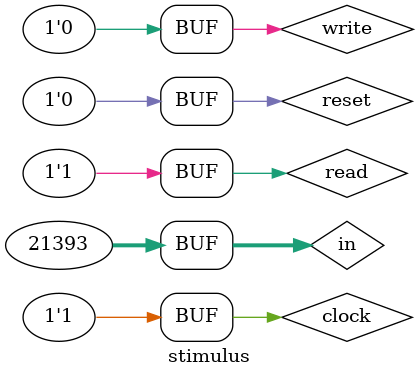
<source format=v>
module sr_schematic(input s,input r,output reg q,output reg _q);

initial begin
 q <= 0;
 _q <= 1;

end

always @ *
begin
 q <= _q ~| r;
 _q <= q ~| s;
end

endmodule

module d_latch(input d,input clk,output q,output _q);

 reg r,s;
 sr_schematic inst1(s,r,q,_q);
 
 always @ *
 begin
  r <= clk & ~d;
  s <= clk & d;
 end
 
endmodule

module dflipflop(input d,input clk,output q);
 
 wire tempq,temp_q;

 d_latch inst3(d,clk,tempq,temp_q);
 d_latch inst4(tempq,~clk,q,_q);
 
endmodule
                                                  
module register(input [31:0]in1,output reg[31:0]out1,input clk,input reset,input read,input write);

 reg [31:0]in;
 wire [31:0]out;

  always @ (posedge clk)
   begin 
   if(write == 1)
    begin 
     out1 <= 32'b0;
     in <= in1;
    end
   else if(read == 1)
     out1 <= out;
   end 
  always @(reset == 1) 
  begin
    in <= 0;
  end
 
 genvar i;
 parameter N = 32;      
 generate
  
  for(i = 0;i<N;i = i+1)
    begin: generate_block                                              
     dflipflop dff(in[i],clk,out[i]);
    end
 endgenerate
 
endmodule

`timescale 1ns / 1ps
module stimulus;
 
 reg [31:0]in;
 wire [31:0]out;
 reg clock;
 reg reset;
 reg read;
 reg write;

 register uut(in,out,clock,reset,read,write);

 initial begin
  
  $dumpfile("p8.vcd");
  $dumpvars(0,stimulus);
  $display("Clock   Read  Write  Reset            Register input               Register output\n");
 
 #0 clock = 0;reset = 1;read = 0;write = 1;in = 34000;
 #10 clock = 1;in = 64;reset = 0;write = 0;read = 1;
 #10 clock = 0;in = 20000;write = 1;read = 0;
 #10 clock = 1;read = 1;write = 0;
 #10 clock = 0;in = 3237;
 #10 clock = 1;
 #10 clock = 0;in = 5210;read = 0;write = 1;
 #10 clock = 1;
 #10 clock = 0;
 #10 clock = 1;in = 21393;read = 1;write = 0;
 #10 clock = 0;
 #10 clock = 1;read = 0;write = 1;
 #10 clock = 0;
 #10 clock = 1;read = 1;write = 0;
 

 end

 initial begin
 
  $monitor("%d       %d      %d      %d   %32b     %32b\n",clock,read,write,reset,in,out);
 
 end

endmodule

</source>
